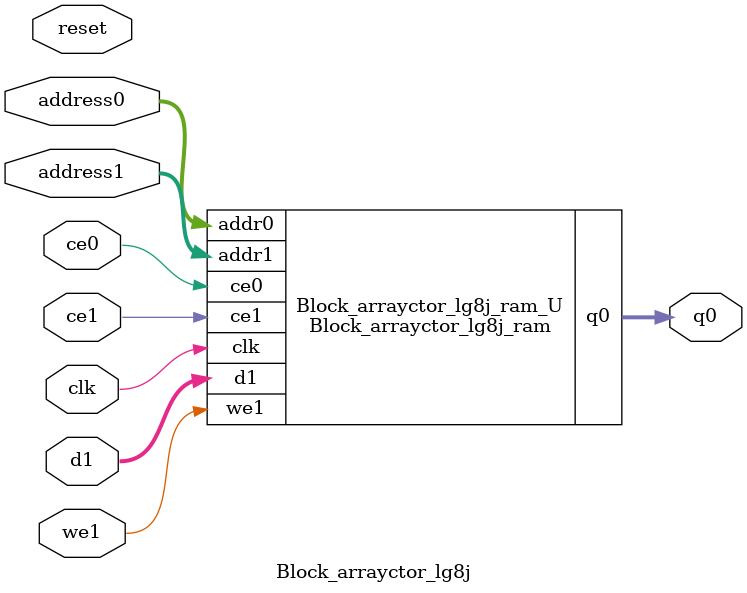
<source format=v>
`timescale 1 ns / 1 ps
module Block_arrayctor_lg8j_ram (addr0, ce0, q0, addr1, ce1, d1, we1,  clk);

parameter DWIDTH = 8;
parameter AWIDTH = 9;
parameter MEM_SIZE = 322;

input[AWIDTH-1:0] addr0;
input ce0;
output reg[DWIDTH-1:0] q0;
input[AWIDTH-1:0] addr1;
input ce1;
input[DWIDTH-1:0] d1;
input we1;
input clk;

(* ram_style = "block" *)reg [DWIDTH-1:0] ram[0:MEM_SIZE-1];




always @(posedge clk)  
begin 
    if (ce0) begin
        q0 <= ram[addr0];
    end
end


always @(posedge clk)  
begin 
    if (ce1) begin
        if (we1) 
            ram[addr1] <= d1; 
    end
end


endmodule

`timescale 1 ns / 1 ps
module Block_arrayctor_lg8j(
    reset,
    clk,
    address0,
    ce0,
    q0,
    address1,
    ce1,
    we1,
    d1);

parameter DataWidth = 32'd8;
parameter AddressRange = 32'd322;
parameter AddressWidth = 32'd9;
input reset;
input clk;
input[AddressWidth - 1:0] address0;
input ce0;
output[DataWidth - 1:0] q0;
input[AddressWidth - 1:0] address1;
input ce1;
input we1;
input[DataWidth - 1:0] d1;



Block_arrayctor_lg8j_ram Block_arrayctor_lg8j_ram_U(
    .clk( clk ),
    .addr0( address0 ),
    .ce0( ce0 ),
    .q0( q0 ),
    .addr1( address1 ),
    .ce1( ce1 ),
    .we1( we1 ),
    .d1( d1 ));

endmodule


</source>
